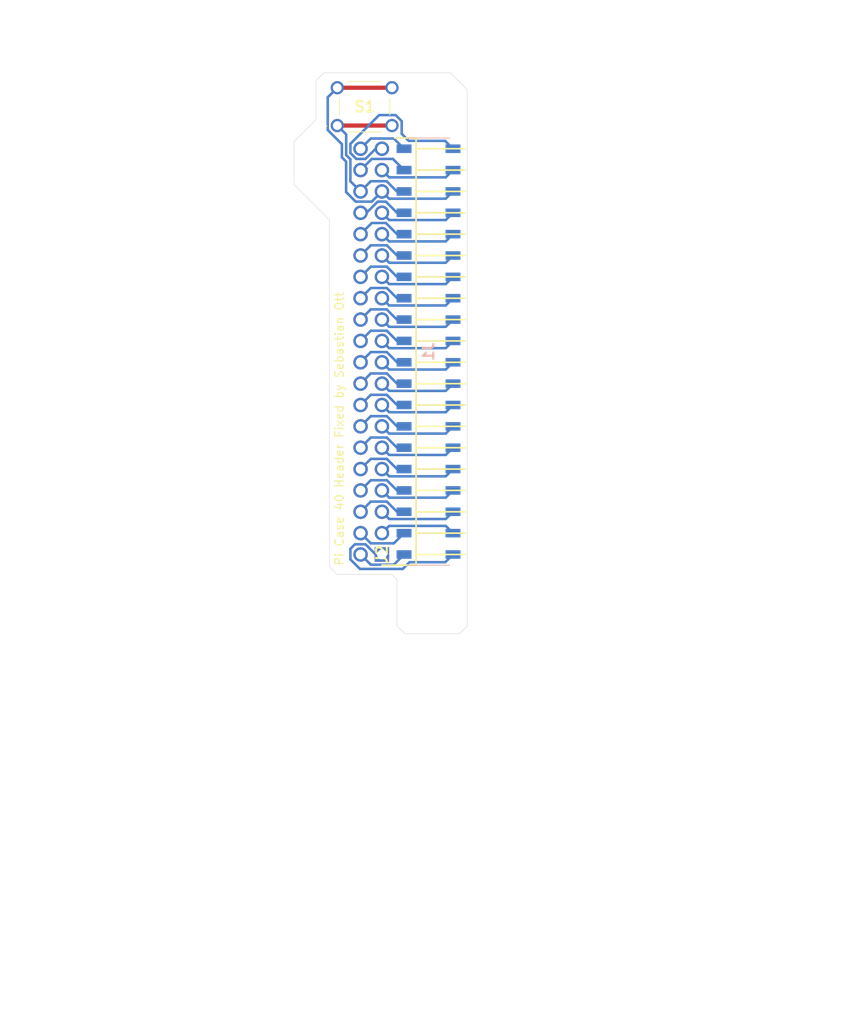
<source format=kicad_pcb>
(kicad_pcb (version 20171130) (host pcbnew "(5.1.9)-1")

  (general
    (thickness 1.6)
    (drawings 19)
    (tracks 169)
    (zones 0)
    (modules 6)
    (nets 41)
  )

  (page A4)
  (layers
    (0 F.Cu signal)
    (31 B.Cu signal)
    (32 B.Adhes user)
    (33 F.Adhes user)
    (34 B.Paste user)
    (35 F.Paste user)
    (36 B.SilkS user)
    (37 F.SilkS user)
    (38 B.Mask user)
    (39 F.Mask user)
    (40 Dwgs.User user)
    (41 Cmts.User user)
    (42 Eco1.User user)
    (43 Eco2.User user)
    (44 Edge.Cuts user)
    (45 Margin user)
    (46 B.CrtYd user hide)
    (47 F.CrtYd user hide)
    (48 B.Fab user)
    (49 F.Fab user hide)
  )

  (setup
    (last_trace_width 0.3)
    (trace_clearance 0.2)
    (zone_clearance 0.508)
    (zone_45_only no)
    (trace_min 0.2)
    (via_size 0.8)
    (via_drill 0.4)
    (via_min_size 0.4)
    (via_min_drill 0.3)
    (uvia_size 0.3)
    (uvia_drill 0.1)
    (uvias_allowed no)
    (uvia_min_size 0.2)
    (uvia_min_drill 0.1)
    (edge_width 0.05)
    (segment_width 0.2)
    (pcb_text_width 0.3)
    (pcb_text_size 1.5 1.5)
    (mod_edge_width 0.12)
    (mod_text_size 1 1)
    (mod_text_width 0.15)
    (pad_size 1.524 1.524)
    (pad_drill 0.762)
    (pad_to_mask_clearance 0)
    (aux_axis_origin 0 0)
    (visible_elements FFFFFF7F)
    (pcbplotparams
      (layerselection 0x010fc_ffffffff)
      (usegerberextensions false)
      (usegerberattributes true)
      (usegerberadvancedattributes true)
      (creategerberjobfile true)
      (excludeedgelayer true)
      (linewidth 0.100000)
      (plotframeref false)
      (viasonmask false)
      (mode 1)
      (useauxorigin false)
      (hpglpennumber 1)
      (hpglpenspeed 20)
      (hpglpendiameter 15.000000)
      (psnegative false)
      (psa4output false)
      (plotreference true)
      (plotvalue true)
      (plotinvisibletext false)
      (padsonsilk false)
      (subtractmaskfromsilk false)
      (outputformat 1)
      (mirror false)
      (drillshape 1)
      (scaleselection 1)
      (outputdirectory ""))
  )

  (net 0 "")
  (net 1 /P4)
  (net 2 /P2)
  (net 3 /P39)
  (net 4 /P40)
  (net 5 /P37)
  (net 6 /P38)
  (net 7 /P35)
  (net 8 /P36)
  (net 9 /P33)
  (net 10 /P34)
  (net 11 /P31)
  (net 12 /P32)
  (net 13 /P29)
  (net 14 /P30)
  (net 15 /P27)
  (net 16 /P28)
  (net 17 /P25)
  (net 18 /P26)
  (net 19 /P23)
  (net 20 /P24)
  (net 21 /P21)
  (net 22 /P22)
  (net 23 /P19)
  (net 24 /P20)
  (net 25 /P17)
  (net 26 /P18)
  (net 27 /P15)
  (net 28 /P16)
  (net 29 /P13)
  (net 30 /P14)
  (net 31 /P11)
  (net 32 /P12)
  (net 33 /P9)
  (net 34 /P10)
  (net 35 /P7)
  (net 36 /P8)
  (net 37 /P6)
  (net 38 /P3)
  (net 39 /P1)
  (net 40 /P5)

  (net_class Default "This is the default net class."
    (clearance 0.2)
    (trace_width 0.3)
    (via_dia 0.8)
    (via_drill 0.4)
    (uvia_dia 0.3)
    (uvia_drill 0.1)
    (add_net /P1)
    (add_net /P10)
    (add_net /P11)
    (add_net /P12)
    (add_net /P13)
    (add_net /P14)
    (add_net /P15)
    (add_net /P16)
    (add_net /P17)
    (add_net /P18)
    (add_net /P19)
    (add_net /P2)
    (add_net /P20)
    (add_net /P21)
    (add_net /P22)
    (add_net /P23)
    (add_net /P24)
    (add_net /P25)
    (add_net /P26)
    (add_net /P27)
    (add_net /P28)
    (add_net /P29)
    (add_net /P3)
    (add_net /P30)
    (add_net /P31)
    (add_net /P32)
    (add_net /P33)
    (add_net /P34)
    (add_net /P35)
    (add_net /P36)
    (add_net /P37)
    (add_net /P38)
    (add_net /P39)
    (add_net /P4)
    (add_net /P40)
    (add_net /P5)
    (add_net /P6)
    (add_net /P7)
    (add_net /P8)
    (add_net /P9)
  )

  (net_class Defold ""
    (clearance 0.2)
    (trace_width 0.25)
    (via_dia 0.8)
    (via_drill 0.4)
    (uvia_dia 0.3)
    (uvia_drill 0.1)
  )

  (module SamacSys_Parts:TL1105GF160Q (layer F.Cu) (tedit 0) (tstamp 5FEF6DDC)
    (at 183.7912 44.7146)
    (descr TL1105GF160Q-1)
    (tags Switch)
    (path /5FEFFDDD)
    (fp_text reference S1 (at 0 0) (layer F.SilkS)
      (effects (font (size 1.27 1.27) (thickness 0.254)))
    )
    (fp_text value TL1105GF160Q (at 0 0) (layer F.SilkS) hide
      (effects (font (size 1.27 1.27) (thickness 0.254)))
    )
    (fp_line (start -4.6 2.3) (end -4.6 2.3) (layer F.SilkS) (width 0.1))
    (fp_line (start -4.5 2.3) (end -4.5 2.3) (layer F.SilkS) (width 0.1))
    (fp_line (start -2 -3) (end 2 -3) (layer F.SilkS) (width 0.1))
    (fp_line (start 3 -1) (end 3 1) (layer F.SilkS) (width 0.1))
    (fp_line (start -2 3) (end 2 3) (layer F.SilkS) (width 0.1))
    (fp_line (start -3 -1) (end -3 1) (layer F.SilkS) (width 0.1))
    (fp_line (start -5.037 4.037) (end -5.037 -4.037) (layer F.CrtYd) (width 0.1))
    (fp_line (start 5.037 4.037) (end -5.037 4.037) (layer F.CrtYd) (width 0.1))
    (fp_line (start 5.037 -4.037) (end 5.037 4.037) (layer F.CrtYd) (width 0.1))
    (fp_line (start -5.037 -4.037) (end 5.037 -4.037) (layer F.CrtYd) (width 0.1))
    (fp_line (start -3 3) (end -3 -3) (layer F.Fab) (width 0.2))
    (fp_line (start 3 3) (end -3 3) (layer F.Fab) (width 0.2))
    (fp_line (start 3 -3) (end 3 3) (layer F.Fab) (width 0.2))
    (fp_line (start -3 -3) (end 3 -3) (layer F.Fab) (width 0.2))
    (fp_text user %R (at 0 0) (layer F.Fab)
      (effects (font (size 1.27 1.27) (thickness 0.254)))
    )
    (fp_arc (start -4.55 2.3) (end -4.5 2.3) (angle -180) (layer F.SilkS) (width 0.1))
    (fp_arc (start -4.55 2.3) (end -4.6 2.3) (angle -180) (layer F.SilkS) (width 0.1))
    (pad 1 thru_hole circle (at -3.25 2.25) (size 1.575 1.575) (drill 1.05) (layers *.Cu *.Mask)
      (net 40 /P5))
    (pad 2 thru_hole circle (at 3.25 2.25) (size 1.575 1.575) (drill 1.05) (layers *.Cu *.Mask)
      (net 40 /P5))
    (pad 3 thru_hole circle (at -3.25 -2.25) (size 1.575 1.575) (drill 1.05) (layers *.Cu *.Mask)
      (net 37 /P6))
    (pad 4 thru_hole circle (at 3.25 -2.25) (size 1.575 1.575) (drill 1.05) (layers *.Cu *.Mask)
      (net 37 /P6))
    (model D:\KiCadLib\SamacSys_Parts.3dshapes\TL1105GF160Q.stp
      (at (xyz 0 0 0))
      (scale (xyz 1 1 1))
      (rotate (xyz 0 0 0))
    )
  )

  (module Mounting_Holes:MountingHole_3mm (layer F.Cu) (tedit 56D1B4CB) (tstamp 5FEFBE9C)
    (at 178.9 51.85)
    (descr "Mounting Hole 3mm, no annular")
    (tags "mounting hole 3mm no annular")
    (attr virtual)
    (fp_text reference REF** (at 0 -4) (layer F.SilkS) hide
      (effects (font (size 1 1) (thickness 0.15)))
    )
    (fp_text value MountingHole_3mm (at 0 4) (layer F.Fab)
      (effects (font (size 1 1) (thickness 0.15)))
    )
    (fp_circle (center 0 0) (end 3.25 0) (layer F.CrtYd) (width 0.05))
    (fp_circle (center 0 0) (end 3 0) (layer Cmts.User) (width 0.15))
    (fp_text user %R (at 0.3 0) (layer F.Fab)
      (effects (font (size 1 1) (thickness 0.15)))
    )
    (pad 1 np_thru_hole circle (at 0 0) (size 3 3) (drill 3) (layers *.Cu *.Mask))
  )

  (module Mounting_Holes:MountingHole_4.3mm_M4_ISO14580 (layer F.Cu) (tedit 56D1B4CB) (tstamp 5FEFBE56)
    (at 191.4 102.85)
    (descr "Mounting Hole 4.3mm, no annular, M4, ISO14580")
    (tags "mounting hole 4.3mm no annular m4 iso14580")
    (attr virtual)
    (fp_text reference REF** (at 0 -4.5) (layer F.SilkS) hide
      (effects (font (size 1 1) (thickness 0.15)))
    )
    (fp_text value MountingHole_4.3mm_M4_ISO14580 (at 0 4.5) (layer F.Fab)
      (effects (font (size 1 1) (thickness 0.15)))
    )
    (fp_circle (center 0 0) (end 3.75 0) (layer F.CrtYd) (width 0.05))
    (fp_circle (center 0 0) (end 3.5 0) (layer Cmts.User) (width 0.15))
    (fp_text user %R (at 0.3 0) (layer F.Fab)
      (effects (font (size 1 1) (thickness 0.15)))
    )
    (pad 1 np_thru_hole circle (at 0 0) (size 4.3 4.3) (drill 4.3) (layers *.Cu *.Mask))
  )

  (module Mounting_Holes:MountingHole_4.3mm_M4_ISO14580 (layer F.Cu) (tedit 56D1B4CB) (tstamp 5FEFBE49)
    (at 191.4 44.85)
    (descr "Mounting Hole 4.3mm, no annular, M4, ISO14580")
    (tags "mounting hole 4.3mm no annular m4 iso14580")
    (attr virtual)
    (fp_text reference REF** (at 0 -4.5) (layer F.SilkS) hide
      (effects (font (size 1 1) (thickness 0.15)))
    )
    (fp_text value MountingHole_4.3mm_M4_ISO14580 (at 0 4.5) (layer F.Fab)
      (effects (font (size 1 1) (thickness 0.15)))
    )
    (fp_circle (center 0 0) (end 3.75 0) (layer F.CrtYd) (width 0.05))
    (fp_circle (center 0 0) (end 3.5 0) (layer Cmts.User) (width 0.15))
    (fp_text user %R (at 0.3 0) (layer F.Fab)
      (effects (font (size 1 1) (thickness 0.15)))
    )
    (pad 1 np_thru_hole circle (at 0 0) (size 4.3 4.3) (drill 4.3) (layers *.Cu *.Mask))
  )

  (module SamacSys_Parts:HDRRA40W67P254_2X20_5080X254X508P (layer F.Cu) (tedit 0) (tstamp 5FEF6DC3)
    (at 185.85 97.98 270)
    (descr 10129382-940001BLF-)
    (tags Connector)
    (path /5FF0680F)
    (fp_text reference J2 (at 0 0 90) (layer F.SilkS)
      (effects (font (size 1.27 1.27) (thickness 0.254)))
    )
    (fp_text value 10129382-940001BLF (at 0 0 90) (layer F.SilkS) hide
      (effects (font (size 1.27 1.27) (thickness 0.254)))
    )
    (fp_text user %R (at 2.35 2.97 90) (layer F.Fab)
      (effects (font (size 1.27 1.27) (thickness 0.254)))
    )
    (fp_line (start 1.52 3.902) (end -49.78 3.902) (layer F.CrtYd) (width 0.05))
    (fp_line (start -49.78 3.902) (end -49.78 -10.15) (layer F.CrtYd) (width 0.05))
    (fp_line (start -49.78 -10.15) (end 1.52 -10.15) (layer F.CrtYd) (width 0.05))
    (fp_line (start 1.52 -10.15) (end 1.52 3.902) (layer F.CrtYd) (width 0.05))
    (fp_line (start 1.27 -1.52) (end -49.53 -1.52) (layer F.Fab) (width 0.1))
    (fp_line (start -49.53 -1.52) (end -49.53 -4.06) (layer F.Fab) (width 0.1))
    (fp_line (start -49.53 -4.06) (end 1.27 -4.06) (layer F.Fab) (width 0.1))
    (fp_line (start 1.27 -4.06) (end 1.27 -1.52) (layer F.Fab) (width 0.1))
    (fp_line (start 1.27 0) (end 1.27 -4.06) (layer F.SilkS) (width 0.2))
    (fp_line (start 1.27 -4.06) (end -49.53 -4.06) (layer F.SilkS) (width 0.2))
    (fp_line (start -49.53 -4.06) (end -49.53 -1.52) (layer F.SilkS) (width 0.2))
    (fp_line (start 0 -4.06) (end 0 -9.9) (layer F.SilkS) (width 0.2))
    (fp_line (start -2.54 -4.06) (end -2.54 -9.9) (layer F.SilkS) (width 0.2))
    (fp_line (start -5.08 -4.06) (end -5.08 -9.9) (layer F.SilkS) (width 0.2))
    (fp_line (start -7.62 -4.06) (end -7.62 -9.9) (layer F.SilkS) (width 0.2))
    (fp_line (start -10.16 -4.06) (end -10.16 -9.9) (layer F.SilkS) (width 0.2))
    (fp_line (start -12.7 -4.06) (end -12.7 -9.9) (layer F.SilkS) (width 0.2))
    (fp_line (start -15.24 -4.06) (end -15.24 -9.9) (layer F.SilkS) (width 0.2))
    (fp_line (start -17.78 -4.06) (end -17.78 -9.9) (layer F.SilkS) (width 0.2))
    (fp_line (start -20.32 -4.06) (end -20.32 -9.9) (layer F.SilkS) (width 0.2))
    (fp_line (start -22.86 -4.06) (end -22.86 -9.9) (layer F.SilkS) (width 0.2))
    (fp_line (start -25.4 -4.06) (end -25.4 -9.9) (layer F.SilkS) (width 0.2))
    (fp_line (start -27.94 -4.06) (end -27.94 -9.9) (layer F.SilkS) (width 0.2))
    (fp_line (start -30.48 -4.06) (end -30.48 -9.9) (layer F.SilkS) (width 0.2))
    (fp_line (start -33.02 -4.06) (end -33.02 -9.9) (layer F.SilkS) (width 0.2))
    (fp_line (start -35.56 -4.06) (end -35.56 -9.9) (layer F.SilkS) (width 0.2))
    (fp_line (start -38.1 -4.06) (end -38.1 -9.9) (layer F.SilkS) (width 0.2))
    (fp_line (start -40.64 -4.06) (end -40.64 -9.9) (layer F.SilkS) (width 0.2))
    (fp_line (start -43.18 -4.06) (end -43.18 -9.9) (layer F.SilkS) (width 0.2))
    (fp_line (start -45.72 -4.06) (end -45.72 -9.9) (layer F.SilkS) (width 0.2))
    (fp_line (start -48.26 -4.06) (end -48.26 -9.9) (layer F.SilkS) (width 0.2))
    (pad 40 thru_hole circle (at -48.26 2.54 270) (size 1.725 1.725) (drill 1.15) (layers *.Cu *.Mask)
      (net 39 /P1))
    (pad 39 thru_hole circle (at -48.26 0 270) (size 1.725 1.725) (drill 1.15) (layers *.Cu *.Mask)
      (net 2 /P2))
    (pad 38 thru_hole circle (at -45.72 2.54 270) (size 1.725 1.725) (drill 1.15) (layers *.Cu *.Mask)
      (net 38 /P3))
    (pad 37 thru_hole circle (at -45.72 0 270) (size 1.725 1.725) (drill 1.15) (layers *.Cu *.Mask)
      (net 1 /P4))
    (pad 36 thru_hole circle (at -43.18 2.54 270) (size 1.725 1.725) (drill 1.15) (layers *.Cu *.Mask)
      (net 40 /P5))
    (pad 35 thru_hole circle (at -43.18 0 270) (size 1.725 1.725) (drill 1.15) (layers *.Cu *.Mask)
      (net 37 /P6))
    (pad 34 thru_hole circle (at -40.64 2.54 270) (size 1.725 1.725) (drill 1.15) (layers *.Cu *.Mask)
      (net 35 /P7))
    (pad 33 thru_hole circle (at -40.64 0 270) (size 1.725 1.725) (drill 1.15) (layers *.Cu *.Mask)
      (net 36 /P8))
    (pad 32 thru_hole circle (at -38.1 2.54 270) (size 1.725 1.725) (drill 1.15) (layers *.Cu *.Mask)
      (net 33 /P9))
    (pad 31 thru_hole circle (at -38.1 0 270) (size 1.725 1.725) (drill 1.15) (layers *.Cu *.Mask)
      (net 34 /P10))
    (pad 30 thru_hole circle (at -35.56 2.54 270) (size 1.725 1.725) (drill 1.15) (layers *.Cu *.Mask)
      (net 31 /P11))
    (pad 29 thru_hole circle (at -35.56 0 270) (size 1.725 1.725) (drill 1.15) (layers *.Cu *.Mask)
      (net 32 /P12))
    (pad 28 thru_hole circle (at -33.02 2.54 270) (size 1.725 1.725) (drill 1.15) (layers *.Cu *.Mask)
      (net 29 /P13))
    (pad 27 thru_hole circle (at -33.02 0 270) (size 1.725 1.725) (drill 1.15) (layers *.Cu *.Mask)
      (net 30 /P14))
    (pad 26 thru_hole circle (at -30.48 2.54 270) (size 1.725 1.725) (drill 1.15) (layers *.Cu *.Mask)
      (net 27 /P15))
    (pad 25 thru_hole circle (at -30.48 0 270) (size 1.725 1.725) (drill 1.15) (layers *.Cu *.Mask)
      (net 28 /P16))
    (pad 24 thru_hole circle (at -27.94 2.54 270) (size 1.725 1.725) (drill 1.15) (layers *.Cu *.Mask)
      (net 25 /P17))
    (pad 23 thru_hole circle (at -27.94 0 270) (size 1.725 1.725) (drill 1.15) (layers *.Cu *.Mask)
      (net 26 /P18))
    (pad 22 thru_hole circle (at -25.4 2.54 270) (size 1.725 1.725) (drill 1.15) (layers *.Cu *.Mask)
      (net 23 /P19))
    (pad 21 thru_hole circle (at -25.4 0 270) (size 1.725 1.725) (drill 1.15) (layers *.Cu *.Mask)
      (net 24 /P20))
    (pad 20 thru_hole circle (at -22.86 2.54 270) (size 1.725 1.725) (drill 1.15) (layers *.Cu *.Mask)
      (net 21 /P21))
    (pad 19 thru_hole circle (at -22.86 0 270) (size 1.725 1.725) (drill 1.15) (layers *.Cu *.Mask)
      (net 22 /P22))
    (pad 18 thru_hole circle (at -20.32 2.54 270) (size 1.725 1.725) (drill 1.15) (layers *.Cu *.Mask)
      (net 19 /P23))
    (pad 17 thru_hole circle (at -20.32 0 270) (size 1.725 1.725) (drill 1.15) (layers *.Cu *.Mask)
      (net 20 /P24))
    (pad 16 thru_hole circle (at -17.78 2.54 270) (size 1.725 1.725) (drill 1.15) (layers *.Cu *.Mask)
      (net 17 /P25))
    (pad 15 thru_hole circle (at -17.78 0 270) (size 1.725 1.725) (drill 1.15) (layers *.Cu *.Mask)
      (net 18 /P26))
    (pad 14 thru_hole circle (at -15.24 2.54 270) (size 1.725 1.725) (drill 1.15) (layers *.Cu *.Mask)
      (net 15 /P27))
    (pad 13 thru_hole circle (at -15.24 0 270) (size 1.725 1.725) (drill 1.15) (layers *.Cu *.Mask)
      (net 16 /P28))
    (pad 12 thru_hole circle (at -12.7 2.54 270) (size 1.725 1.725) (drill 1.15) (layers *.Cu *.Mask)
      (net 13 /P29))
    (pad 11 thru_hole circle (at -12.7 0 270) (size 1.725 1.725) (drill 1.15) (layers *.Cu *.Mask)
      (net 14 /P30))
    (pad 10 thru_hole circle (at -10.16 2.54 270) (size 1.725 1.725) (drill 1.15) (layers *.Cu *.Mask)
      (net 11 /P31))
    (pad 9 thru_hole circle (at -10.16 0 270) (size 1.725 1.725) (drill 1.15) (layers *.Cu *.Mask)
      (net 12 /P32))
    (pad 8 thru_hole circle (at -7.62 2.54 270) (size 1.725 1.725) (drill 1.15) (layers *.Cu *.Mask)
      (net 9 /P33))
    (pad 7 thru_hole circle (at -7.62 0 270) (size 1.725 1.725) (drill 1.15) (layers *.Cu *.Mask)
      (net 10 /P34))
    (pad 6 thru_hole circle (at -5.08 2.54 270) (size 1.725 1.725) (drill 1.15) (layers *.Cu *.Mask)
      (net 7 /P35))
    (pad 5 thru_hole circle (at -5.08 0 270) (size 1.725 1.725) (drill 1.15) (layers *.Cu *.Mask)
      (net 8 /P36))
    (pad 4 thru_hole circle (at -2.54 2.54 270) (size 1.725 1.725) (drill 1.15) (layers *.Cu *.Mask)
      (net 5 /P37))
    (pad 3 thru_hole circle (at -2.54 0 270) (size 1.725 1.725) (drill 1.15) (layers *.Cu *.Mask)
      (net 6 /P38))
    (pad 2 thru_hole circle (at 0 2.54 270) (size 1.725 1.725) (drill 1.15) (layers *.Cu *.Mask)
      (net 3 /P39))
    (pad 1 thru_hole rect (at 0 0 270) (size 1.725 1.725) (drill 1.15) (layers *.Cu *.Mask)
      (net 4 /P40))
    (model D:\KiCadLib\SamacSys_Parts.3dshapes\10129382-940001BLF.stp
      (at (xyz 0 0 0))
      (scale (xyz 1 1 1))
      (rotate (xyz 0 0 0))
    )
  )

  (module SamacSys_Parts:M207812045 (layer B.Cu) (tedit 0) (tstamp 5FEF6D77)
    (at 191.39 73.85 270)
    (descr M20-7812045-3)
    (tags Connector)
    (path /5FEF6C79)
    (fp_text reference J1 (at 0 0 270) (layer B.SilkS)
      (effects (font (size 1.27 1.27) (thickness 0.254)) (justify mirror))
    )
    (fp_text value M20-7812045 (at 0 0 270) (layer B.SilkS) hide
      (effects (font (size 1.27 1.27) (thickness 0.254)) (justify mirror))
    )
    (fp_text user %R (at 0 0 270) (layer B.Fab)
      (effects (font (size 1.27 1.27) (thickness 0.254)) (justify mirror))
    )
    (fp_line (start -25.4 2.54) (end 25.4 2.54) (layer B.Fab) (width 0.2))
    (fp_line (start 25.4 2.54) (end 25.4 -2.54) (layer B.Fab) (width 0.2))
    (fp_line (start 25.4 -2.54) (end -25.4 -2.54) (layer B.Fab) (width 0.2))
    (fp_line (start -25.4 -2.54) (end -25.4 2.54) (layer B.Fab) (width 0.2))
    (fp_line (start -26.4 4.8) (end 26.4 4.8) (layer B.CrtYd) (width 0.1))
    (fp_line (start 26.4 4.8) (end 26.4 -4.8) (layer B.CrtYd) (width 0.1))
    (fp_line (start 26.4 -4.8) (end -26.4 -4.8) (layer B.CrtYd) (width 0.1))
    (fp_line (start -26.4 -4.8) (end -26.4 4.8) (layer B.CrtYd) (width 0.1))
    (fp_line (start -25.4 2.54) (end -25.4 -2.54) (layer B.SilkS) (width 0.1))
    (fp_line (start 25.4 2.54) (end 25.4 -2.54) (layer B.SilkS) (width 0.1))
    (pad MH2 np_thru_hole circle (at 22.86 0 270) (size 1.8 0) (drill 1.8) (layers *.Cu *.Mask))
    (pad MH1 np_thru_hole circle (at -22.86 0 270) (size 1.8 0) (drill 1.8) (layers *.Cu *.Mask))
    (pad 80 np_thru_hole circle (at 24.13 1.27 270) (size 1.02 0) (drill 1.02) (layers *.Cu *.Mask))
    (pad 79 np_thru_hole circle (at 24.13 -1.27 270) (size 1.02 0) (drill 1.02) (layers *.Cu *.Mask))
    (pad 78 np_thru_hole circle (at 21.59 1.27 270) (size 1.02 0) (drill 1.02) (layers *.Cu *.Mask))
    (pad 77 np_thru_hole circle (at 21.59 -1.27 270) (size 1.02 0) (drill 1.02) (layers *.Cu *.Mask))
    (pad 76 np_thru_hole circle (at 19.05 1.27 270) (size 1.02 0) (drill 1.02) (layers *.Cu *.Mask))
    (pad 75 np_thru_hole circle (at 19.05 -1.27 270) (size 1.02 0) (drill 1.02) (layers *.Cu *.Mask))
    (pad 74 np_thru_hole circle (at 16.51 1.27 270) (size 1.02 0) (drill 1.02) (layers *.Cu *.Mask))
    (pad 73 np_thru_hole circle (at 16.51 -1.27 270) (size 1.02 0) (drill 1.02) (layers *.Cu *.Mask))
    (pad 72 np_thru_hole circle (at 13.97 1.27 270) (size 1.02 0) (drill 1.02) (layers *.Cu *.Mask))
    (pad 71 np_thru_hole circle (at 13.97 -1.27 270) (size 1.02 0) (drill 1.02) (layers *.Cu *.Mask))
    (pad 70 np_thru_hole circle (at 11.43 1.27 270) (size 1.02 0) (drill 1.02) (layers *.Cu *.Mask))
    (pad 69 np_thru_hole circle (at 11.43 -1.27 270) (size 1.02 0) (drill 1.02) (layers *.Cu *.Mask))
    (pad 68 np_thru_hole circle (at 8.89 1.27 270) (size 1.02 0) (drill 1.02) (layers *.Cu *.Mask))
    (pad 67 np_thru_hole circle (at 8.89 -1.27 270) (size 1.02 0) (drill 1.02) (layers *.Cu *.Mask))
    (pad 66 np_thru_hole circle (at 6.35 1.27 270) (size 1.02 0) (drill 1.02) (layers *.Cu *.Mask))
    (pad 65 np_thru_hole circle (at 6.35 -1.27 270) (size 1.02 0) (drill 1.02) (layers *.Cu *.Mask))
    (pad 64 np_thru_hole circle (at 3.81 1.27 270) (size 1.02 0) (drill 1.02) (layers *.Cu *.Mask))
    (pad 63 np_thru_hole circle (at 3.81 -1.27 270) (size 1.02 0) (drill 1.02) (layers *.Cu *.Mask))
    (pad 62 np_thru_hole circle (at 1.27 1.27 270) (size 1.02 0) (drill 1.02) (layers *.Cu *.Mask))
    (pad 61 np_thru_hole circle (at 1.27 -1.27 270) (size 1.02 0) (drill 1.02) (layers *.Cu *.Mask))
    (pad 60 np_thru_hole circle (at -1.27 1.27 270) (size 1.02 0) (drill 1.02) (layers *.Cu *.Mask))
    (pad 59 np_thru_hole circle (at -1.27 -1.27 270) (size 1.02 0) (drill 1.02) (layers *.Cu *.Mask))
    (pad 58 np_thru_hole circle (at -3.81 1.27 270) (size 1.02 0) (drill 1.02) (layers *.Cu *.Mask))
    (pad 57 np_thru_hole circle (at -3.81 -1.27 270) (size 1.02 0) (drill 1.02) (layers *.Cu *.Mask))
    (pad 56 np_thru_hole circle (at -6.35 1.27 270) (size 1.02 0) (drill 1.02) (layers *.Cu *.Mask))
    (pad 55 np_thru_hole circle (at -6.35 -1.27 270) (size 1.02 0) (drill 1.02) (layers *.Cu *.Mask))
    (pad 54 np_thru_hole circle (at -8.89 1.27 270) (size 1.02 0) (drill 1.02) (layers *.Cu *.Mask))
    (pad 53 np_thru_hole circle (at -8.89 -1.27 270) (size 1.02 0) (drill 1.02) (layers *.Cu *.Mask))
    (pad 52 np_thru_hole circle (at -11.43 1.27 270) (size 1.02 0) (drill 1.02) (layers *.Cu *.Mask))
    (pad 51 np_thru_hole circle (at -11.43 -1.27 270) (size 1.02 0) (drill 1.02) (layers *.Cu *.Mask))
    (pad 50 np_thru_hole circle (at -13.97 1.27 270) (size 1.02 0) (drill 1.02) (layers *.Cu *.Mask))
    (pad 49 np_thru_hole circle (at -13.97 -1.27 270) (size 1.02 0) (drill 1.02) (layers *.Cu *.Mask))
    (pad 48 np_thru_hole circle (at -16.51 1.27 270) (size 1.02 0) (drill 1.02) (layers *.Cu *.Mask))
    (pad 47 np_thru_hole circle (at -16.51 -1.27 270) (size 1.02 0) (drill 1.02) (layers *.Cu *.Mask))
    (pad 46 np_thru_hole circle (at -19.05 1.27 270) (size 1.02 0) (drill 1.02) (layers *.Cu *.Mask))
    (pad 45 np_thru_hole circle (at -19.05 -1.27 270) (size 1.02 0) (drill 1.02) (layers *.Cu *.Mask))
    (pad 44 np_thru_hole circle (at -21.59 1.27 270) (size 1.02 0) (drill 1.02) (layers *.Cu *.Mask))
    (pad 43 np_thru_hole circle (at -21.59 -1.27 270) (size 1.02 0) (drill 1.02) (layers *.Cu *.Mask))
    (pad 42 np_thru_hole circle (at -24.13 1.27 270) (size 1.02 0) (drill 1.02) (layers *.Cu *.Mask))
    (pad 41 np_thru_hole circle (at -24.13 -1.27 270) (size 1.02 0) (drill 1.02) (layers *.Cu *.Mask))
    (pad 40 smd rect (at 24.13 2.91 270) (size 1.02 1.78) (layers B.Cu B.Paste B.Mask)
      (net 3 /P39))
    (pad 39 smd rect (at 24.13 -2.91 270) (size 1.02 1.78) (layers B.Cu B.Paste B.Mask)
      (net 4 /P40))
    (pad 38 smd rect (at 21.59 2.91 270) (size 1.02 1.78) (layers B.Cu B.Paste B.Mask)
      (net 5 /P37))
    (pad 37 smd rect (at 21.59 -2.91 270) (size 1.02 1.78) (layers B.Cu B.Paste B.Mask)
      (net 6 /P38))
    (pad 36 smd rect (at 19.05 2.91 270) (size 1.02 1.78) (layers B.Cu B.Paste B.Mask)
      (net 7 /P35))
    (pad 35 smd rect (at 19.05 -2.91 270) (size 1.02 1.78) (layers B.Cu B.Paste B.Mask)
      (net 8 /P36))
    (pad 34 smd rect (at 16.51 2.91 270) (size 1.02 1.78) (layers B.Cu B.Paste B.Mask)
      (net 9 /P33))
    (pad 33 smd rect (at 16.51 -2.91 270) (size 1.02 1.78) (layers B.Cu B.Paste B.Mask)
      (net 10 /P34))
    (pad 32 smd rect (at 13.97 2.91 270) (size 1.02 1.78) (layers B.Cu B.Paste B.Mask)
      (net 11 /P31))
    (pad 31 smd rect (at 13.97 -2.91 270) (size 1.02 1.78) (layers B.Cu B.Paste B.Mask)
      (net 12 /P32))
    (pad 30 smd rect (at 11.43 2.91 270) (size 1.02 1.78) (layers B.Cu B.Paste B.Mask)
      (net 13 /P29))
    (pad 29 smd rect (at 11.43 -2.91 270) (size 1.02 1.78) (layers B.Cu B.Paste B.Mask)
      (net 14 /P30))
    (pad 28 smd rect (at 8.89 2.91 270) (size 1.02 1.78) (layers B.Cu B.Paste B.Mask)
      (net 15 /P27))
    (pad 27 smd rect (at 8.89 -2.91 270) (size 1.02 1.78) (layers B.Cu B.Paste B.Mask)
      (net 16 /P28))
    (pad 26 smd rect (at 6.35 2.91 270) (size 1.02 1.78) (layers B.Cu B.Paste B.Mask)
      (net 17 /P25))
    (pad 25 smd rect (at 6.35 -2.91 270) (size 1.02 1.78) (layers B.Cu B.Paste B.Mask)
      (net 18 /P26))
    (pad 24 smd rect (at 3.81 2.91 270) (size 1.02 1.78) (layers B.Cu B.Paste B.Mask)
      (net 19 /P23))
    (pad 23 smd rect (at 3.81 -2.91 270) (size 1.02 1.78) (layers B.Cu B.Paste B.Mask)
      (net 20 /P24))
    (pad 22 smd rect (at 1.27 2.91 270) (size 1.02 1.78) (layers B.Cu B.Paste B.Mask)
      (net 21 /P21))
    (pad 21 smd rect (at 1.27 -2.91 270) (size 1.02 1.78) (layers B.Cu B.Paste B.Mask)
      (net 22 /P22))
    (pad 20 smd rect (at -1.27 2.91 270) (size 1.02 1.78) (layers B.Cu B.Paste B.Mask)
      (net 23 /P19))
    (pad 19 smd rect (at -1.27 -2.91 270) (size 1.02 1.78) (layers B.Cu B.Paste B.Mask)
      (net 24 /P20))
    (pad 18 smd rect (at -3.81 2.91 270) (size 1.02 1.78) (layers B.Cu B.Paste B.Mask)
      (net 25 /P17))
    (pad 17 smd rect (at -3.81 -2.91 270) (size 1.02 1.78) (layers B.Cu B.Paste B.Mask)
      (net 26 /P18))
    (pad 16 smd rect (at -6.35 2.91 270) (size 1.02 1.78) (layers B.Cu B.Paste B.Mask)
      (net 27 /P15))
    (pad 15 smd rect (at -6.35 -2.91 270) (size 1.02 1.78) (layers B.Cu B.Paste B.Mask)
      (net 28 /P16))
    (pad 14 smd rect (at -8.89 2.91 270) (size 1.02 1.78) (layers B.Cu B.Paste B.Mask)
      (net 29 /P13))
    (pad 13 smd rect (at -8.89 -2.91 270) (size 1.02 1.78) (layers B.Cu B.Paste B.Mask)
      (net 30 /P14))
    (pad 12 smd rect (at -11.43 2.91 270) (size 1.02 1.78) (layers B.Cu B.Paste B.Mask)
      (net 31 /P11))
    (pad 11 smd rect (at -11.43 -2.91 270) (size 1.02 1.78) (layers B.Cu B.Paste B.Mask)
      (net 32 /P12))
    (pad 10 smd rect (at -13.97 2.91 270) (size 1.02 1.78) (layers B.Cu B.Paste B.Mask)
      (net 33 /P9))
    (pad 9 smd rect (at -13.97 -2.91 270) (size 1.02 1.78) (layers B.Cu B.Paste B.Mask)
      (net 34 /P10))
    (pad 8 smd rect (at -16.51 2.91 270) (size 1.02 1.78) (layers B.Cu B.Paste B.Mask)
      (net 35 /P7))
    (pad 7 smd rect (at -16.51 -2.91 270) (size 1.02 1.78) (layers B.Cu B.Paste B.Mask)
      (net 36 /P8))
    (pad 6 smd rect (at -19.05 2.91 270) (size 1.02 1.78) (layers B.Cu B.Paste B.Mask)
      (net 40 /P5))
    (pad 5 smd rect (at -19.05 -2.91 270) (size 1.02 1.78) (layers B.Cu B.Paste B.Mask)
      (net 37 /P6))
    (pad 4 smd rect (at -21.59 2.91 270) (size 1.02 1.78) (layers B.Cu B.Paste B.Mask)
      (net 38 /P3))
    (pad 3 smd rect (at -21.59 -2.91 270) (size 1.02 1.78) (layers B.Cu B.Paste B.Mask)
      (net 1 /P4))
    (pad 2 smd rect (at -24.13 2.91 270) (size 1.02 1.78) (layers B.Cu B.Paste B.Mask)
      (net 39 /P1))
    (pad 1 smd rect (at -24.13 -2.91 270) (size 1.02 1.78) (layers B.Cu B.Paste B.Mask)
      (net 2 /P2))
    (model D:\KiCadLib\SamacSys_Parts.3dshapes\M20-7812045.stp
      (at (xyz 0 0 0))
      (scale (xyz 1 1 1))
      (rotate (xyz 0 0 0))
    )
  )

  (gr_text "Pi Case 40 Header Fixed by Sebastian Ott" (at 180.78 83.02 90) (layer F.SilkS)
    (effects (font (size 1 1) (thickness 0.15)))
  )
  (gr_line (start 188.56 107.4) (end 187.64 106.48) (layer Edge.Cuts) (width 0.05) (tstamp 5FEFCABA))
  (gr_line (start 195.07 107.4) (end 195.99 106.48) (layer Edge.Cuts) (width 0.05) (tstamp 5FEFCAAE))
  (gr_line (start 178.01 41.61) (end 178.93 40.69) (layer Edge.Cuts) (width 0.05) (tstamp 5FEFCA4C))
  (gr_line (start 194 40.69) (end 195.99 42.69) (layer Edge.Cuts) (width 0.05) (tstamp 5FEFCA46))
  (gr_line (start 187 100.34) (end 187.64 100.98) (layer Edge.Cuts) (width 0.05) (tstamp 5FEFC9ED))
  (gr_line (start 195.99 106.48) (end 195.99 42.69) (layer Edge.Cuts) (width 0.05) (tstamp 5FEFCA23))
  (gr_line (start 188.56 107.4) (end 195.07 107.4) (layer Edge.Cuts) (width 0.05) (tstamp 5FEFCA20))
  (gr_line (start 187.64 100.98) (end 187.64 106.48) (layer Edge.Cuts) (width 0.05))
  (gr_line (start 180.52 100.34) (end 187 100.34) (layer Edge.Cuts) (width 0.05))
  (gr_line (start 179.6 99.42) (end 180.52 100.34) (layer Edge.Cuts) (width 0.05))
  (gr_line (start 179.6 58.21) (end 179.6 99.42) (layer Edge.Cuts) (width 0.05))
  (gr_line (start 175.4 54.01) (end 179.6 58.21) (layer Edge.Cuts) (width 0.05))
  (gr_line (start 175.4 48.86) (end 175.4 54.01) (layer Edge.Cuts) (width 0.05))
  (gr_line (start 178.01 46.25) (end 175.4 48.86) (layer Edge.Cuts) (width 0.05))
  (gr_line (start 178.01 41.61) (end 178.01 46.25) (layer Edge.Cuts) (width 0.05))
  (gr_line (start 194 40.69) (end 178.93 40.69) (layer Edge.Cuts) (width 0.05))
  (gr_circle (center 191.4 102.84) (end 242.367606 102.84) (layer Dwgs.User) (width 0.02))
  (gr_circle (center 191.39 44.84) (end 204.188644 44.84) (layer Dwgs.User) (width 0.02) (tstamp 5FEFC6F0))

  (segment (start 193.437501 53.122499) (end 194.3 52.26) (width 0.3) (layer B.Cu) (net 1))
  (segment (start 186.712499 53.122499) (end 193.437501 53.122499) (width 0.3) (layer B.Cu) (net 1))
  (segment (start 185.85 52.26) (end 186.712499 53.122499) (width 0.3) (layer B.Cu) (net 1))
  (segment (start 193.36 48.78) (end 194.3 49.72) (width 0.3) (layer B.Cu) (net 2))
  (segment (start 183.892001 50.932501) (end 182.797141 50.932501) (width 0.3) (layer B.Cu) (net 2))
  (segment (start 189.03 48.78) (end 193.36 48.78) (width 0.3) (layer B.Cu) (net 2))
  (segment (start 182.797141 50.932501) (end 182.0975 50.23286) (width 0.3) (layer B.Cu) (net 2))
  (segment (start 188.2 47.95) (end 189.03 48.78) (width 0.3) (layer B.Cu) (net 2))
  (segment (start 188.2 46.439898) (end 188.2 47.95) (width 0.3) (layer B.Cu) (net 2))
  (segment (start 185.515498 45.72) (end 187.480102 45.72) (width 0.3) (layer B.Cu) (net 2))
  (segment (start 182.0975 49.137998) (end 185.515498 45.72) (width 0.3) (layer B.Cu) (net 2))
  (segment (start 182.0975 50.23286) (end 182.0975 49.137998) (width 0.3) (layer B.Cu) (net 2))
  (segment (start 185.85 49.72) (end 185.104502 49.72) (width 0.3) (layer B.Cu) (net 2))
  (segment (start 187.480102 45.72) (end 188.2 46.439898) (width 0.3) (layer B.Cu) (net 2))
  (segment (start 185.104502 49.72) (end 183.892001 50.932501) (width 0.3) (layer B.Cu) (net 2))
  (segment (start 187.267499 99.192501) (end 188.48 97.98) (width 0.3) (layer B.Cu) (net 3))
  (segment (start 184.522501 99.192501) (end 187.267499 99.192501) (width 0.3) (layer B.Cu) (net 3))
  (segment (start 183.31 97.98) (end 184.522501 99.192501) (width 0.3) (layer B.Cu) (net 3))
  (segment (start 189.12 98.9) (end 193.38 98.9) (width 0.3) (layer B.Cu) (net 4))
  (segment (start 188.325 99.695) (end 189.12 98.9) (width 0.3) (layer B.Cu) (net 4))
  (segment (start 183.230498 99.695) (end 188.325 99.695) (width 0.3) (layer B.Cu) (net 4))
  (segment (start 193.38 98.9) (end 194.3 97.98) (width 0.3) (layer B.Cu) (net 4))
  (segment (start 182.097499 97.302501) (end 182.097499 98.562001) (width 0.3) (layer B.Cu) (net 4))
  (segment (start 182.632501 96.767499) (end 182.097499 97.302501) (width 0.3) (layer B.Cu) (net 4))
  (segment (start 183.892001 96.767499) (end 182.632501 96.767499) (width 0.3) (layer B.Cu) (net 4))
  (segment (start 182.097499 98.562001) (end 183.230498 99.695) (width 0.3) (layer B.Cu) (net 4))
  (segment (start 185.104502 97.98) (end 183.892001 96.767499) (width 0.3) (layer B.Cu) (net 4))
  (segment (start 185.85 97.98) (end 185.104502 97.98) (width 0.3) (layer B.Cu) (net 4))
  (segment (start 187.267499 96.652501) (end 188.48 95.44) (width 0.3) (layer B.Cu) (net 5))
  (segment (start 184.522501 96.652501) (end 187.267499 96.652501) (width 0.3) (layer B.Cu) (net 5))
  (segment (start 183.31 95.44) (end 184.522501 96.652501) (width 0.3) (layer B.Cu) (net 5))
  (segment (start 193.437501 94.577501) (end 194.3 95.44) (width 0.3) (layer B.Cu) (net 6))
  (segment (start 186.712499 94.577501) (end 193.437501 94.577501) (width 0.3) (layer B.Cu) (net 6))
  (segment (start 185.85 95.44) (end 186.712499 94.577501) (width 0.3) (layer B.Cu) (net 6))
  (segment (start 187.644502 92.9) (end 188.48 92.9) (width 0.3) (layer B.Cu) (net 7))
  (segment (start 186.432001 91.687499) (end 187.644502 92.9) (width 0.3) (layer B.Cu) (net 7))
  (segment (start 184.522501 91.687499) (end 186.432001 91.687499) (width 0.3) (layer B.Cu) (net 7))
  (segment (start 183.31 92.9) (end 184.522501 91.687499) (width 0.3) (layer B.Cu) (net 7))
  (segment (start 193.437501 93.762499) (end 194.3 92.9) (width 0.3) (layer B.Cu) (net 8))
  (segment (start 186.712499 93.762499) (end 193.437501 93.762499) (width 0.3) (layer B.Cu) (net 8))
  (segment (start 185.85 92.9) (end 186.712499 93.762499) (width 0.3) (layer B.Cu) (net 8))
  (segment (start 187.644502 90.36) (end 188.48 90.36) (width 0.3) (layer B.Cu) (net 9))
  (segment (start 184.522501 89.147499) (end 186.432001 89.147499) (width 0.3) (layer B.Cu) (net 9))
  (segment (start 186.432001 89.147499) (end 187.644502 90.36) (width 0.3) (layer B.Cu) (net 9))
  (segment (start 183.31 90.36) (end 184.522501 89.147499) (width 0.3) (layer B.Cu) (net 9))
  (segment (start 193.437501 91.222499) (end 194.3 90.36) (width 0.3) (layer B.Cu) (net 10))
  (segment (start 186.712499 91.222499) (end 193.437501 91.222499) (width 0.3) (layer B.Cu) (net 10))
  (segment (start 185.85 90.36) (end 186.712499 91.222499) (width 0.3) (layer B.Cu) (net 10))
  (segment (start 187.644502 87.82) (end 188.48 87.82) (width 0.3) (layer B.Cu) (net 11))
  (segment (start 186.432001 86.607499) (end 187.644502 87.82) (width 0.3) (layer B.Cu) (net 11))
  (segment (start 184.522501 86.607499) (end 186.432001 86.607499) (width 0.3) (layer B.Cu) (net 11))
  (segment (start 183.31 87.82) (end 184.522501 86.607499) (width 0.3) (layer B.Cu) (net 11))
  (segment (start 193.437501 88.682499) (end 194.3 87.82) (width 0.3) (layer B.Cu) (net 12))
  (segment (start 186.712499 88.682499) (end 193.437501 88.682499) (width 0.3) (layer B.Cu) (net 12))
  (segment (start 185.85 87.82) (end 186.712499 88.682499) (width 0.3) (layer B.Cu) (net 12))
  (segment (start 187.644502 85.28) (end 188.48 85.28) (width 0.3) (layer B.Cu) (net 13))
  (segment (start 186.432001 84.067499) (end 187.644502 85.28) (width 0.3) (layer B.Cu) (net 13))
  (segment (start 184.522501 84.067499) (end 186.432001 84.067499) (width 0.3) (layer B.Cu) (net 13))
  (segment (start 183.31 85.28) (end 184.522501 84.067499) (width 0.3) (layer B.Cu) (net 13))
  (segment (start 193.437501 86.142499) (end 194.3 85.28) (width 0.3) (layer B.Cu) (net 14))
  (segment (start 186.712499 86.142499) (end 193.437501 86.142499) (width 0.3) (layer B.Cu) (net 14))
  (segment (start 185.85 85.28) (end 186.712499 86.142499) (width 0.3) (layer B.Cu) (net 14))
  (segment (start 187.644502 82.74) (end 188.48 82.74) (width 0.3) (layer B.Cu) (net 15))
  (segment (start 186.432001 81.527499) (end 187.644502 82.74) (width 0.3) (layer B.Cu) (net 15))
  (segment (start 184.522501 81.527499) (end 186.432001 81.527499) (width 0.3) (layer B.Cu) (net 15))
  (segment (start 183.31 82.74) (end 184.522501 81.527499) (width 0.3) (layer B.Cu) (net 15))
  (segment (start 193.437501 83.602499) (end 194.3 82.74) (width 0.3) (layer B.Cu) (net 16))
  (segment (start 186.712499 83.602499) (end 193.437501 83.602499) (width 0.3) (layer B.Cu) (net 16))
  (segment (start 185.85 82.74) (end 186.712499 83.602499) (width 0.3) (layer B.Cu) (net 16))
  (segment (start 187.644502 80.2) (end 188.48 80.2) (width 0.3) (layer B.Cu) (net 17))
  (segment (start 186.432001 78.987499) (end 187.644502 80.2) (width 0.3) (layer B.Cu) (net 17))
  (segment (start 184.522501 78.987499) (end 186.432001 78.987499) (width 0.3) (layer B.Cu) (net 17))
  (segment (start 183.31 80.2) (end 184.522501 78.987499) (width 0.3) (layer B.Cu) (net 17))
  (segment (start 193.437501 81.062499) (end 194.3 80.2) (width 0.3) (layer B.Cu) (net 18))
  (segment (start 186.712499 81.062499) (end 193.437501 81.062499) (width 0.3) (layer B.Cu) (net 18))
  (segment (start 185.85 80.2) (end 186.712499 81.062499) (width 0.3) (layer B.Cu) (net 18))
  (segment (start 187.644502 77.66) (end 188.48 77.66) (width 0.3) (layer B.Cu) (net 19))
  (segment (start 186.432001 76.447499) (end 187.644502 77.66) (width 0.3) (layer B.Cu) (net 19))
  (segment (start 184.522501 76.447499) (end 186.432001 76.447499) (width 0.3) (layer B.Cu) (net 19))
  (segment (start 183.31 77.66) (end 184.522501 76.447499) (width 0.3) (layer B.Cu) (net 19))
  (segment (start 193.437501 78.522499) (end 194.3 77.66) (width 0.3) (layer B.Cu) (net 20))
  (segment (start 186.712499 78.522499) (end 193.437501 78.522499) (width 0.3) (layer B.Cu) (net 20))
  (segment (start 185.85 77.66) (end 186.712499 78.522499) (width 0.3) (layer B.Cu) (net 20))
  (segment (start 187.644502 75.12) (end 188.48 75.12) (width 0.3) (layer B.Cu) (net 21))
  (segment (start 186.432001 73.907499) (end 187.644502 75.12) (width 0.3) (layer B.Cu) (net 21))
  (segment (start 184.522501 73.907499) (end 186.432001 73.907499) (width 0.3) (layer B.Cu) (net 21))
  (segment (start 183.31 75.12) (end 184.522501 73.907499) (width 0.3) (layer B.Cu) (net 21))
  (segment (start 193.437501 75.982499) (end 194.3 75.12) (width 0.3) (layer B.Cu) (net 22))
  (segment (start 186.712499 75.982499) (end 193.437501 75.982499) (width 0.3) (layer B.Cu) (net 22))
  (segment (start 185.85 75.12) (end 186.712499 75.982499) (width 0.3) (layer B.Cu) (net 22))
  (segment (start 187.644502 72.58) (end 188.48 72.58) (width 0.3) (layer B.Cu) (net 23))
  (segment (start 186.432001 71.367499) (end 187.644502 72.58) (width 0.3) (layer B.Cu) (net 23))
  (segment (start 184.522501 71.367499) (end 186.432001 71.367499) (width 0.3) (layer B.Cu) (net 23))
  (segment (start 183.31 72.58) (end 184.522501 71.367499) (width 0.3) (layer B.Cu) (net 23))
  (segment (start 193.437501 73.442499) (end 194.3 72.58) (width 0.3) (layer B.Cu) (net 24))
  (segment (start 186.712499 73.442499) (end 193.437501 73.442499) (width 0.3) (layer B.Cu) (net 24))
  (segment (start 185.85 72.58) (end 186.712499 73.442499) (width 0.3) (layer B.Cu) (net 24))
  (segment (start 187.625002 70.04) (end 188.48 70.04) (width 0.3) (layer B.Cu) (net 25))
  (segment (start 186.412501 68.827499) (end 187.625002 70.04) (width 0.3) (layer B.Cu) (net 25))
  (segment (start 184.522501 68.827499) (end 186.412501 68.827499) (width 0.3) (layer B.Cu) (net 25))
  (segment (start 183.31 70.04) (end 184.522501 68.827499) (width 0.3) (layer B.Cu) (net 25))
  (segment (start 193.437501 70.902499) (end 194.3 70.04) (width 0.3) (layer B.Cu) (net 26))
  (segment (start 186.712499 70.902499) (end 193.437501 70.902499) (width 0.3) (layer B.Cu) (net 26))
  (segment (start 185.85 70.04) (end 186.712499 70.902499) (width 0.3) (layer B.Cu) (net 26))
  (segment (start 187.644502 67.5) (end 188.48 67.5) (width 0.3) (layer B.Cu) (net 27))
  (segment (start 186.432001 66.287499) (end 187.644502 67.5) (width 0.3) (layer B.Cu) (net 27))
  (segment (start 184.522501 66.287499) (end 186.432001 66.287499) (width 0.3) (layer B.Cu) (net 27))
  (segment (start 183.31 67.5) (end 184.522501 66.287499) (width 0.3) (layer B.Cu) (net 27))
  (segment (start 193.437501 68.362499) (end 194.3 67.5) (width 0.3) (layer B.Cu) (net 28))
  (segment (start 186.712499 68.362499) (end 193.437501 68.362499) (width 0.3) (layer B.Cu) (net 28))
  (segment (start 185.85 67.5) (end 186.712499 68.362499) (width 0.3) (layer B.Cu) (net 28))
  (segment (start 187.644502 64.96) (end 188.48 64.96) (width 0.3) (layer B.Cu) (net 29))
  (segment (start 186.432001 63.747499) (end 187.644502 64.96) (width 0.3) (layer B.Cu) (net 29))
  (segment (start 184.522501 63.747499) (end 186.432001 63.747499) (width 0.3) (layer B.Cu) (net 29))
  (segment (start 183.31 64.96) (end 184.522501 63.747499) (width 0.3) (layer B.Cu) (net 29))
  (segment (start 193.437501 65.822499) (end 194.3 64.96) (width 0.3) (layer B.Cu) (net 30))
  (segment (start 186.712499 65.822499) (end 193.437501 65.822499) (width 0.3) (layer B.Cu) (net 30))
  (segment (start 185.85 64.96) (end 186.712499 65.822499) (width 0.3) (layer B.Cu) (net 30))
  (segment (start 187.644502 62.42) (end 188.48 62.42) (width 0.3) (layer B.Cu) (net 31))
  (segment (start 186.432001 61.207499) (end 187.644502 62.42) (width 0.3) (layer B.Cu) (net 31))
  (segment (start 184.522501 61.207499) (end 186.432001 61.207499) (width 0.3) (layer B.Cu) (net 31))
  (segment (start 183.31 62.42) (end 184.522501 61.207499) (width 0.3) (layer B.Cu) (net 31))
  (segment (start 193.437501 63.282499) (end 194.3 62.42) (width 0.3) (layer B.Cu) (net 32))
  (segment (start 186.712499 63.282499) (end 193.437501 63.282499) (width 0.3) (layer B.Cu) (net 32))
  (segment (start 185.85 62.42) (end 186.712499 63.282499) (width 0.3) (layer B.Cu) (net 32))
  (segment (start 187.644502 59.88) (end 188.48 59.88) (width 0.3) (layer B.Cu) (net 33))
  (segment (start 184.637499 58.552501) (end 186.317003 58.552501) (width 0.3) (layer B.Cu) (net 33))
  (segment (start 186.317003 58.552501) (end 187.644502 59.88) (width 0.3) (layer B.Cu) (net 33))
  (segment (start 183.31 59.88) (end 184.637499 58.552501) (width 0.3) (layer B.Cu) (net 33))
  (segment (start 193.437501 60.742499) (end 194.3 59.88) (width 0.3) (layer B.Cu) (net 34))
  (segment (start 186.712499 60.742499) (end 193.437501 60.742499) (width 0.3) (layer B.Cu) (net 34))
  (segment (start 185.85 59.88) (end 186.712499 60.742499) (width 0.3) (layer B.Cu) (net 34))
  (segment (start 186.317003 56.012501) (end 187.644502 57.34) (width 0.3) (layer B.Cu) (net 35))
  (segment (start 184.017122 57.34) (end 185.344621 56.012501) (width 0.3) (layer B.Cu) (net 35))
  (segment (start 183.31 57.34) (end 184.017122 57.34) (width 0.3) (layer B.Cu) (net 35))
  (segment (start 185.344621 56.012501) (end 186.317003 56.012501) (width 0.3) (layer B.Cu) (net 35))
  (segment (start 187.644502 57.34) (end 188.48 57.34) (width 0.3) (layer B.Cu) (net 35))
  (segment (start 193.437501 58.202499) (end 194.3 57.34) (width 0.3) (layer B.Cu) (net 36))
  (segment (start 186.712499 58.202499) (end 193.437501 58.202499) (width 0.3) (layer B.Cu) (net 36))
  (segment (start 185.85 57.34) (end 186.712499 58.202499) (width 0.3) (layer B.Cu) (net 36))
  (segment (start 193.437501 55.662499) (end 194.3 54.8) (width 0.3) (layer B.Cu) (net 37))
  (segment (start 186.712499 55.662499) (end 193.437501 55.662499) (width 0.3) (layer B.Cu) (net 37))
  (segment (start 185.85 54.8) (end 186.712499 55.662499) (width 0.3) (layer B.Cu) (net 37))
  (segment (start 180.5412 42.4646) (end 187.0412 42.4646) (width 0.5) (layer F.Cu) (net 37))
  (segment (start 179.403699 43.602101) (end 180.5412 42.4646) (width 0.3) (layer B.Cu) (net 37))
  (segment (start 179.403699 47.493699) (end 179.403699 43.602101) (width 0.3) (layer B.Cu) (net 37))
  (segment (start 181.09 49.18) (end 179.403699 47.493699) (width 0.3) (layer B.Cu) (net 37))
  (segment (start 181.09 50.75) (end 181.09 49.18) (width 0.3) (layer B.Cu) (net 37))
  (segment (start 181.59 51.25) (end 181.09 50.75) (width 0.3) (layer B.Cu) (net 37))
  (segment (start 182.727999 56.012501) (end 181.59 54.874502) (width 0.3) (layer B.Cu) (net 37))
  (segment (start 184.637499 56.012501) (end 182.727999 56.012501) (width 0.3) (layer B.Cu) (net 37))
  (segment (start 181.59 54.874502) (end 181.59 51.25) (width 0.3) (layer B.Cu) (net 37))
  (segment (start 185.85 54.8) (end 184.637499 56.012501) (width 0.3) (layer B.Cu) (net 37))
  (segment (start 184.637499 50.932501) (end 187.152501 50.932501) (width 0.3) (layer B.Cu) (net 38))
  (segment (start 187.152501 50.932501) (end 188.48 52.26) (width 0.3) (layer B.Cu) (net 38))
  (segment (start 183.31 52.26) (end 184.637499 50.932501) (width 0.3) (layer B.Cu) (net 38))
  (segment (start 187.267499 48.507499) (end 188.48 49.72) (width 0.3) (layer B.Cu) (net 39))
  (segment (start 184.522501 48.507499) (end 187.267499 48.507499) (width 0.3) (layer B.Cu) (net 39))
  (segment (start 183.31 49.72) (end 184.522501 48.507499) (width 0.3) (layer B.Cu) (net 39))
  (segment (start 187.625002 54.8) (end 188.48 54.8) (width 0.3) (layer B.Cu) (net 40))
  (segment (start 186.412501 53.587499) (end 187.625002 54.8) (width 0.3) (layer B.Cu) (net 40))
  (segment (start 184.522501 53.587499) (end 186.412501 53.587499) (width 0.3) (layer B.Cu) (net 40))
  (segment (start 183.31 54.8) (end 184.522501 53.587499) (width 0.3) (layer B.Cu) (net 40))
  (segment (start 180.5412 46.9646) (end 187.0412 46.9646) (width 0.5) (layer F.Cu) (net 40))
  (segment (start 181.59749 50.46749) (end 181.59749 48.02089) (width 0.3) (layer B.Cu) (net 40))
  (segment (start 182.097499 50.967499) (end 181.59749 50.46749) (width 0.3) (layer B.Cu) (net 40))
  (segment (start 182.097499 53.587499) (end 182.097499 50.967499) (width 0.3) (layer B.Cu) (net 40))
  (segment (start 181.59749 48.02089) (end 180.5412 46.9646) (width 0.3) (layer B.Cu) (net 40))
  (segment (start 183.31 54.8) (end 182.097499 53.587499) (width 0.3) (layer B.Cu) (net 40))

)

</source>
